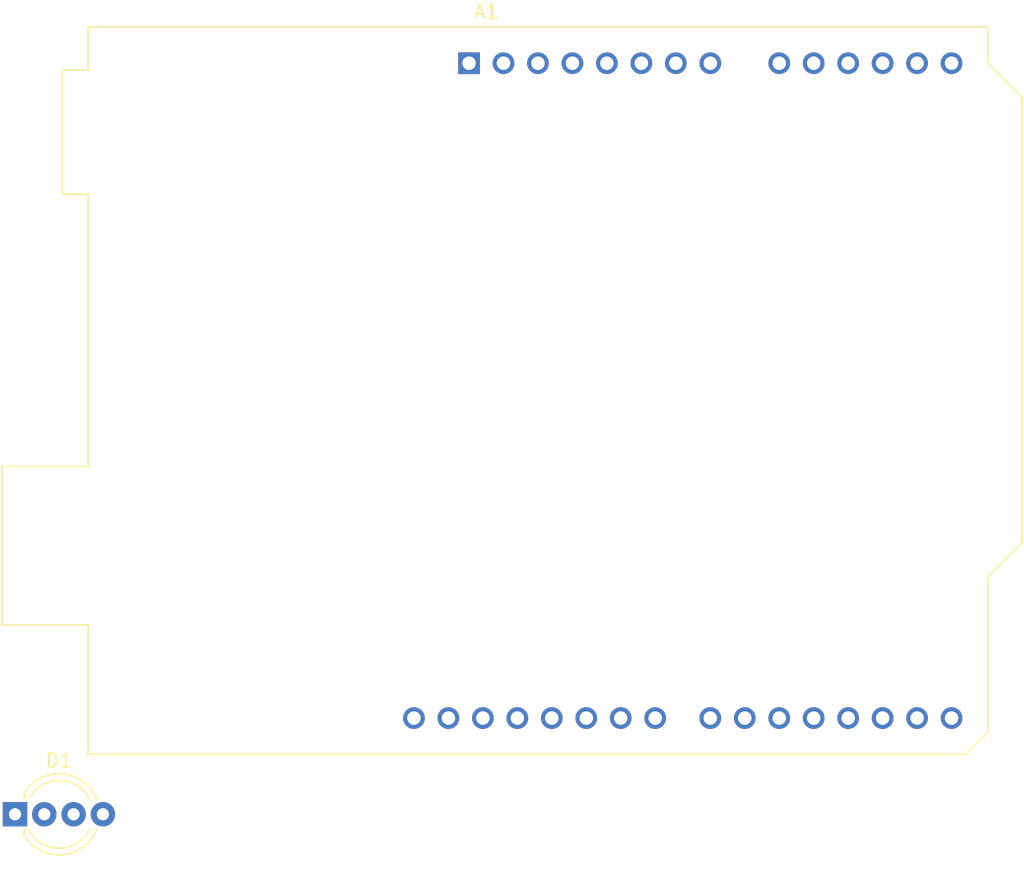
<source format=kicad_pcb>
(kicad_pcb (version 20221018) (generator pcbnew)
  (layers (0 "F.Cu" signal) (31 "B.Cu" signal) (34 "B.Paste" user) (35 "F.Paste" user) (36 "B.SilkS" user "B.Silkscreen") (37 "F.SilkS" user "F.Silkscreen") (38 "B.Mask" user) (39 "F.Mask" user) (44 "Edge.Cuts" user))
  (net 0 "")
  (net 4 "+3.3V")
  (net 18 "RST")
  (net 20 "Red")
  (net 21 "Green")
  (net 24 "Blue")
  (net 25 "SDA")
  (net 26 "MOSI")
  (net 27 "MISO")
  (net 28 "SCK")
  (net 29 "GND")
  (footprint "Module:Arduino_UNO_R2" (layer "F.Cu") (at 143.51 71.12)
    (fp_text reference "A1" (at 1.27 -3.81 180) (layer "F.SilkS"))
    (fp_text value "Arduino_UNO_R2")
    (fp_line (start -34.42 29.72) (end -34.42 41.4) (stroke (width 0.12)) (layer "F.SilkS"))
    (fp_line (start -34.42 41.4) (end -28.07 41.4) (stroke (width 0.12)) (layer "F.SilkS"))
    (fp_line (start -29.97 0.51) (end -29.97 9.65) (stroke (width 0.12)) (layer "F.SilkS"))
    (fp_line (start -29.97 9.65) (end -28.07 9.65) (stroke (width 0.12)) (layer "F.SilkS"))
    (fp_line (start -28.07 -2.67) (end -28.07 0.51) (stroke (width 0.12)) (layer "F.SilkS"))
    (fp_line (start -28.07 0.51) (end -29.97 0.51) (stroke (width 0.12)) (layer "F.SilkS"))
    (fp_line (start -28.07 9.65) (end -28.07 29.72) (stroke (width 0.12)) (layer "F.SilkS"))
    (fp_line (start -28.07 29.72) (end -34.42 29.72) (stroke (width 0.12)) (layer "F.SilkS"))
    (fp_line (start -28.07 41.4) (end -28.07 50.93) (stroke (width 0.12)) (layer "F.SilkS"))
    (fp_line (start -28.07 50.93) (end 36.58 50.93) (stroke (width 0.12)) (layer "F.SilkS"))
    (fp_line (start 36.58 50.93) (end 38.23 49.28) (stroke (width 0.12)) (layer "F.SilkS"))
    (fp_line (start 38.23 -2.67) (end -28.07 -2.67) (stroke (width 0.12)) (layer "F.SilkS"))
    (fp_line (start 38.23 0) (end 38.23 -2.67) (stroke (width 0.12)) (layer "F.SilkS"))
    (fp_line (start 38.23 37.85) (end 40.77 35.31) (stroke (width 0.12)) (layer "F.SilkS"))
    (fp_line (start 38.23 49.28) (end 38.23 37.85) (stroke (width 0.12)) (layer "F.SilkS"))
    (fp_line (start 40.77 2.54) (end 38.23 0) (stroke (width 0.12)) (layer "F.SilkS"))
    (fp_line (start 40.77 35.31) (end 40.77 2.54) (stroke (width 0.12)) (layer "F.SilkS"))
    (pad "1" thru_hole rect (at 0 0 90) (size 1.6 1.6) (drill 1) (layers "*.Cu" "*.Mask"))
    (pad "2" thru_hole oval (at 2.54 0 90) (size 1.6 1.6) (drill 1) (layers "*.Cu" "*.Mask"))
    (pad "3" thru_hole oval (at 5.08 0 90) (size 1.6 1.6) (drill 1) (layers "*.Cu" "*.Mask"))
    (pad "4" thru_hole oval (at 7.62 0 90) (size 1.6 1.6) (drill 1) (layers "*.Cu" "*.Mask") (net 4 "+3.3V"))
    (pad "5" thru_hole oval (at 10.16 0 90) (size 1.6 1.6) (drill 1) (layers "*.Cu" "*.Mask"))
    (pad "6" thru_hole oval (at 12.7 0 90) (size 1.6 1.6) (drill 1) (layers "*.Cu" "*.Mask"))
    (pad "7" thru_hole oval (at 15.24 0 90) (size 1.6 1.6) (drill 1) (layers "*.Cu" "*.Mask"))
    (pad "8" thru_hole oval (at 17.78 0 90) (size 1.6 1.6) (drill 1) (layers "*.Cu" "*.Mask"))
    (pad "9" thru_hole oval (at 22.86 0 90) (size 1.6 1.6) (drill 1) (layers "*.Cu" "*.Mask"))
    (pad "10" thru_hole oval (at 25.4 0 90) (size 1.6 1.6) (drill 1) (layers "*.Cu" "*.Mask"))
    (pad "11" thru_hole oval (at 27.94 0 90) (size 1.6 1.6) (drill 1) (layers "*.Cu" "*.Mask"))
    (pad "12" thru_hole oval (at 30.48 0 90) (size 1.6 1.6) (drill 1) (layers "*.Cu" "*.Mask"))
    (pad "13" thru_hole oval (at 33.02 0 90) (size 1.6 1.6) (drill 1) (layers "*.Cu" "*.Mask"))
    (pad "14" thru_hole oval (at 35.56 0 90) (size 1.6 1.6) (drill 1) (layers "*.Cu" "*.Mask"))
    (pad "15" thru_hole oval (at 35.56 48.26 90) (size 1.6 1.6) (drill 1) (layers "*.Cu" "*.Mask"))
    (pad "16" thru_hole oval (at 33.02 48.26 90) (size 1.6 1.6) (drill 1) (layers "*.Cu" "*.Mask"))
    (pad "17" thru_hole oval (at 30.48 48.26 90) (size 1.6 1.6) (drill 1) (layers "*.Cu" "*.Mask"))
    (pad "18" thru_hole oval (at 27.94 48.26 90) (size 1.6 1.6) (drill 1) (layers "*.Cu" "*.Mask") (net 18 "RST"))
    (pad "19" thru_hole oval (at 25.4 48.26 90) (size 1.6 1.6) (drill 1) (layers "*.Cu" "*.Mask"))
    (pad "20" thru_hole oval (at 22.86 48.26 90) (size 1.6 1.6) (drill 1) (layers "*.Cu" "*.Mask") (net 20 "Red"))
    (pad "21" thru_hole oval (at 20.32 48.26 90) (size 1.6 1.6) (drill 1) (layers "*.Cu" "*.Mask") (net 21 "Green"))
    (pad "22" thru_hole oval (at 17.78 48.26 90) (size 1.6 1.6) (drill 1) (layers "*.Cu" "*.Mask"))
    (pad "23" thru_hole oval (at 13.72 48.26 90) (size 1.6 1.6) (drill 1) (layers "*.Cu" "*.Mask"))
    (pad "24" thru_hole oval (at 11.18 48.26 90) (size 1.6 1.6) (drill 1) (layers "*.Cu" "*.Mask") (net 24 "Blue"))
    (pad "25" thru_hole oval (at 8.64 48.26 90) (size 1.6 1.6) (drill 1) (layers "*.Cu" "*.Mask") (net 25 "SDA"))
    (pad "26" thru_hole oval (at 6.1 48.26 90) (size 1.6 1.6) (drill 1) (layers "*.Cu" "*.Mask") (net 26 "MOSI"))
    (pad "27" thru_hole oval (at 3.56 48.26 90) (size 1.6 1.6) (drill 1) (layers "*.Cu" "*.Mask") (net 27 "MISO"))
    (pad "28" thru_hole oval (at 1.02 48.26 90) (size 1.6 1.6) (drill 1) (layers "*.Cu" "*.Mask") (net 28 "SCK"))
    (pad "29" thru_hole oval (at -1.52 48.26 90) (size 1.6 1.6) (drill 1) (layers "*.Cu" "*.Mask") (net 29 "GND"))
    (pad "30" thru_hole oval (at -4.06 48.26 90) (size 1.6 1.6) (drill 1) (layers "*.Cu" "*.Mask"))
  )
  (footprint "LED_THT:LED_D5.0mm-4_RGB_Wide_Pins" (layer "F.Cu") (at 110.05 126.47)
    (fp_text reference "D1" (at 3.2385 -3.96) (layer "F.SilkS"))
    (fp_text value "LED_ABGR")
    (fp_line (start 0.6785 -1.545) (end 0.6785 -1.08) (stroke (width 0.12)) (layer "F.SilkS"))
    (fp_line (start 0.6785 1.08) (end 0.6785 1.545) (stroke (width 0.12)) (layer "F.SilkS"))
    (fp_arc (start 0.6785 -1.54483) (mid 3.496956 -2.978809) (end 6.026315 -1.080827) (stroke (width 0.12)) (layer "F.SilkS"))
    (fp_arc (start 0.983816 -1.08) (mid 3.238262 -2.5) (end 5.492979 -1.080429) (stroke (width 0.12)) (layer "F.SilkS"))
    (fp_arc (start 5.492979 1.080429) (mid 3.238262 2.5) (end 0.983816 1.08) (stroke (width 0.12)) (layer "F.SilkS"))
    (fp_arc (start 6.026315 1.080827) (mid 3.496956 2.978808) (end 0.6785 1.54483) (stroke (width 0.12)) (layer "F.SilkS"))
    (pad "1" thru_hole rect (at 0 0) (size 1.8 1.8) (drill 0.9) (layers "*.Cu" "*.Mask") (net 29 "GND"))
    (pad "2" thru_hole circle (at 2.159 0) (size 1.8 1.8) (drill 0.9) (layers "*.Cu" "*.Mask") (net 24 "Blue"))
    (pad "3" thru_hole circle (at 4.318 0) (size 1.8 1.8) (drill 0.9) (layers "*.Cu" "*.Mask") (net 21 "Green"))
    (pad "4" thru_hole circle (at 6.477 0) (size 1.8 1.8) (drill 0.9) (layers "*.Cu" "*.Mask") (net 20 "Red"))
  )
)
</source>
